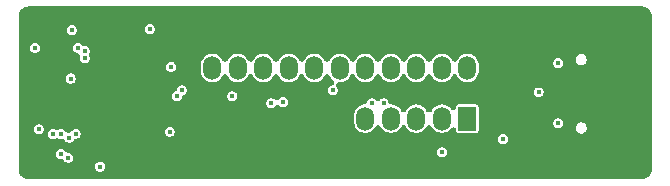
<source format=gbr>
%TF.GenerationSoftware,KiCad,Pcbnew,9.0.1*%
%TF.CreationDate,2025-05-09T10:12:14+02:00*%
%TF.ProjectId,xyp-gpib,7879702d-6770-4696-922e-6b696361645f,rev?*%
%TF.SameCoordinates,Original*%
%TF.FileFunction,Copper,L2,Inr*%
%TF.FilePolarity,Positive*%
%FSLAX46Y46*%
G04 Gerber Fmt 4.6, Leading zero omitted, Abs format (unit mm)*
G04 Created by KiCad (PCBNEW 9.0.1) date 2025-05-09 10:12:14*
%MOMM*%
%LPD*%
G01*
G04 APERTURE LIST*
%TA.AperFunction,HeatsinkPad*%
%ADD10O,2.100000X1.000000*%
%TD*%
%TA.AperFunction,HeatsinkPad*%
%ADD11O,1.600000X1.000000*%
%TD*%
%TA.AperFunction,ComponentPad*%
%ADD12R,1.500000X2.000000*%
%TD*%
%TA.AperFunction,ComponentPad*%
%ADD13O,1.500000X2.000000*%
%TD*%
%TA.AperFunction,ViaPad*%
%ADD14C,0.450000*%
%TD*%
G04 APERTURE END LIST*
D10*
%TO.N,GND*%
%TO.C,J1*%
X227336200Y-86916800D03*
D11*
X231516200Y-86916800D03*
D10*
X227336200Y-78276800D03*
D11*
X231516200Y-78276800D03*
%TD*%
D12*
%TO.N,/DIO5*%
%TO.C,GPIB1*%
X218194000Y-84695000D03*
D13*
%TO.N,/DIO1*%
X218194000Y-80405000D03*
%TO.N,/DIO6*%
X216034000Y-84695000D03*
%TO.N,/DIO2*%
X216034000Y-80405000D03*
%TO.N,/DIO7*%
X213874000Y-84695000D03*
%TO.N,/DIO3*%
X213874000Y-80405000D03*
%TO.N,/DIO8*%
X211714000Y-84695000D03*
%TO.N,/DIO4*%
X211714000Y-80405000D03*
%TO.N,/REN*%
X209554000Y-84695000D03*
%TO.N,/EOI*%
X209554000Y-80405000D03*
%TO.N,GND*%
X207394000Y-84695000D03*
%TO.N,/DAV*%
X207394000Y-80405000D03*
%TO.N,GND*%
X205234000Y-84695000D03*
%TO.N,/NRFD*%
X205234000Y-80405000D03*
%TO.N,GND*%
X203074000Y-84695000D03*
%TO.N,/NDAC*%
X203074000Y-80405000D03*
%TO.N,GND*%
X200914000Y-84695000D03*
%TO.N,/IFC*%
X200914000Y-80405000D03*
%TO.N,GND*%
X198754000Y-84695000D03*
%TO.N,/SRQ*%
X198754000Y-80405000D03*
%TO.N,GND*%
X196594000Y-84695000D03*
%TO.N,/ATN*%
X196594000Y-80405000D03*
%TO.N,GND*%
X194434000Y-84695000D03*
X194434000Y-80405000D03*
%TD*%
D14*
%TO.N,GND*%
X190400000Y-81100000D03*
X223000000Y-80000000D03*
X187100000Y-84800000D03*
X223000000Y-76000000D03*
X188850000Y-81150000D03*
X224900000Y-87000000D03*
X181000000Y-84700000D03*
X183000000Y-76000000D03*
X187400000Y-75700000D03*
X208000000Y-78000000D03*
X206000000Y-87000000D03*
X229000000Y-89000000D03*
X232000000Y-80000000D03*
X214000000Y-78000000D03*
X226000000Y-89000000D03*
X232000000Y-89000000D03*
X223000000Y-86000000D03*
X226000000Y-76000000D03*
X229000000Y-83000000D03*
X220000000Y-82550000D03*
X198500000Y-75700000D03*
X181500000Y-83000000D03*
X213900000Y-82600000D03*
X188800000Y-84800000D03*
X223000000Y-89000000D03*
X193100000Y-85100000D03*
X225900000Y-85900000D03*
X193600000Y-77900000D03*
X208000000Y-76000000D03*
X205600000Y-83100000D03*
X187100000Y-81100000D03*
X201500000Y-86750000D03*
X190400000Y-82900000D03*
X217000000Y-76000000D03*
X229000000Y-80000000D03*
X211000000Y-76000000D03*
X190400000Y-84700000D03*
X205000000Y-76000000D03*
X205000000Y-78000000D03*
X224800000Y-82700000D03*
X217000000Y-78000000D03*
X188849000Y-82931000D03*
X225900000Y-79100000D03*
X232000000Y-83000000D03*
X220000000Y-76000000D03*
X232000000Y-76000000D03*
X184600000Y-76000000D03*
X214000000Y-76000000D03*
X193100000Y-81000000D03*
X189000000Y-75700000D03*
X211000000Y-78000000D03*
X184100000Y-82200000D03*
X185575000Y-88725000D03*
X204000000Y-87000000D03*
X199750000Y-86500000D03*
X217000000Y-89000000D03*
X181000000Y-78000000D03*
X221200000Y-77600000D03*
X220000000Y-89000000D03*
X183800000Y-79100000D03*
X193100000Y-81900000D03*
X224800000Y-78000000D03*
X229000000Y-76000000D03*
X195000000Y-77978000D03*
X187100000Y-82900000D03*
%TO.N,+5V*%
X184600000Y-81300000D03*
X191300000Y-77100000D03*
X181600000Y-78700000D03*
X224219700Y-82467880D03*
X187103796Y-88753640D03*
X225900000Y-85100000D03*
X225900000Y-80000000D03*
X184400000Y-88000000D03*
X193100000Y-80300000D03*
X184700000Y-77200000D03*
X193000000Y-85800000D03*
%TO.N,Net-(D1-K)*%
X201600000Y-83400000D03*
X202600000Y-83300000D03*
%TO.N,/DIO4*%
X185035935Y-85978439D03*
%TO.N,/DIO3*%
X184500000Y-86300000D03*
%TO.N,/DIO6*%
X216050000Y-87550000D03*
%TO.N,/DIO2*%
X183800000Y-86000000D03*
%TO.N,/DIO1*%
X183100000Y-86000000D03*
%TO.N,/MOSI*%
X185800000Y-78974997D03*
X221200000Y-86425000D03*
%TO.N,Net-(D1-A)*%
X198300000Y-82800000D03*
X193600000Y-82800000D03*
%TO.N,/SCK*%
X181900000Y-85600000D03*
X185200000Y-78700000D03*
%TO.N,/MISO*%
X185800000Y-79600000D03*
X183800000Y-87700000D03*
%TO.N,Net-(D2-K)*%
X210100000Y-83400000D03*
X211100000Y-83400000D03*
%TO.N,Net-(D2-A)*%
X206800000Y-82300000D03*
X194000000Y-82300000D03*
%TD*%
%TA.AperFunction,Conductor*%
%TO.N,GND*%
G36*
X233012173Y-75201698D02*
G01*
X233131569Y-75213458D01*
X233179443Y-75222981D01*
X233282487Y-75254239D01*
X233327579Y-75272916D01*
X233422556Y-75323683D01*
X233463133Y-75350796D01*
X233504755Y-75384954D01*
X233546374Y-75419110D01*
X233580889Y-75453625D01*
X233649201Y-75536863D01*
X233676318Y-75577445D01*
X233725578Y-75669604D01*
X233727081Y-75672416D01*
X233745760Y-75717512D01*
X233777018Y-75820556D01*
X233786541Y-75868429D01*
X233798301Y-75987824D01*
X233799500Y-76012232D01*
X233799500Y-88987767D01*
X233798301Y-89012172D01*
X233798301Y-89012175D01*
X233786541Y-89131570D01*
X233777018Y-89179443D01*
X233745760Y-89282487D01*
X233727081Y-89327583D01*
X233676321Y-89422549D01*
X233649201Y-89463136D01*
X233580889Y-89546374D01*
X233546374Y-89580889D01*
X233463136Y-89649201D01*
X233422549Y-89676321D01*
X233327583Y-89727081D01*
X233282487Y-89745760D01*
X233179443Y-89777018D01*
X233131570Y-89786541D01*
X233041886Y-89795374D01*
X233012171Y-89798301D01*
X232987768Y-89799500D01*
X181012232Y-89799500D01*
X180987828Y-89798301D01*
X180954309Y-89794999D01*
X180868429Y-89786541D01*
X180820556Y-89777018D01*
X180717512Y-89745760D01*
X180672416Y-89727081D01*
X180669604Y-89725578D01*
X180577445Y-89676318D01*
X180536863Y-89649201D01*
X180453625Y-89580889D01*
X180419110Y-89546374D01*
X180350798Y-89463136D01*
X180323683Y-89422556D01*
X180272916Y-89327579D01*
X180254239Y-89282487D01*
X180222981Y-89179443D01*
X180213458Y-89131567D01*
X180201699Y-89012172D01*
X180200500Y-88987767D01*
X180200500Y-88697621D01*
X186678296Y-88697621D01*
X186678296Y-88809658D01*
X186707292Y-88917876D01*
X186707293Y-88917877D01*
X186763311Y-89014903D01*
X186842533Y-89094125D01*
X186939559Y-89150143D01*
X187047778Y-89179140D01*
X187159814Y-89179140D01*
X187268033Y-89150143D01*
X187365059Y-89094125D01*
X187444281Y-89014903D01*
X187500299Y-88917877D01*
X187529296Y-88809658D01*
X187529296Y-88697622D01*
X187500299Y-88589403D01*
X187444281Y-88492377D01*
X187365059Y-88413155D01*
X187336217Y-88396503D01*
X187268032Y-88357136D01*
X187159814Y-88328140D01*
X187047778Y-88328140D01*
X186939559Y-88357136D01*
X186842534Y-88413154D01*
X186763310Y-88492378D01*
X186707292Y-88589403D01*
X186678296Y-88697621D01*
X180200500Y-88697621D01*
X180200500Y-87643981D01*
X183374500Y-87643981D01*
X183374500Y-87756018D01*
X183403496Y-87864236D01*
X183403497Y-87864237D01*
X183459515Y-87961263D01*
X183538737Y-88040485D01*
X183635763Y-88096503D01*
X183743982Y-88125500D01*
X183837372Y-88125500D01*
X183932660Y-88144454D01*
X184013442Y-88198430D01*
X184053012Y-88250000D01*
X184059512Y-88261259D01*
X184059513Y-88261260D01*
X184059515Y-88261263D01*
X184138737Y-88340485D01*
X184235763Y-88396503D01*
X184343982Y-88425500D01*
X184456018Y-88425500D01*
X184564237Y-88396503D01*
X184661263Y-88340485D01*
X184740485Y-88261263D01*
X184796503Y-88164237D01*
X184825500Y-88056018D01*
X184825500Y-87943982D01*
X184796503Y-87835763D01*
X184740485Y-87738737D01*
X184661263Y-87659515D01*
X184564237Y-87603497D01*
X184456018Y-87574500D01*
X184343982Y-87574500D01*
X184332620Y-87577544D01*
X184285774Y-87562343D01*
X184277093Y-87557486D01*
X184267340Y-87555546D01*
X184234964Y-87533913D01*
X184200988Y-87514903D01*
X184194828Y-87507096D01*
X184186558Y-87501570D01*
X184180735Y-87493981D01*
X215624500Y-87493981D01*
X215624500Y-87606018D01*
X215653496Y-87714236D01*
X215677619Y-87756018D01*
X215709515Y-87811263D01*
X215788737Y-87890485D01*
X215885763Y-87946503D01*
X215993982Y-87975500D01*
X216106018Y-87975500D01*
X216214237Y-87946503D01*
X216311263Y-87890485D01*
X216390485Y-87811263D01*
X216446503Y-87714237D01*
X216475500Y-87606018D01*
X216475500Y-87493982D01*
X216446503Y-87385763D01*
X216390485Y-87288737D01*
X216311263Y-87209515D01*
X216285263Y-87194504D01*
X216214236Y-87153496D01*
X216106018Y-87124500D01*
X215993982Y-87124500D01*
X215885763Y-87153496D01*
X215788738Y-87209514D01*
X215709514Y-87288738D01*
X215653496Y-87385763D01*
X215624500Y-87493981D01*
X184180735Y-87493981D01*
X184146988Y-87450000D01*
X184140487Y-87438740D01*
X184140486Y-87438739D01*
X184140485Y-87438737D01*
X184061263Y-87359515D01*
X184035263Y-87344504D01*
X183964236Y-87303496D01*
X183856018Y-87274500D01*
X183743982Y-87274500D01*
X183635763Y-87303496D01*
X183538738Y-87359514D01*
X183459514Y-87438738D01*
X183403496Y-87535763D01*
X183374500Y-87643981D01*
X180200500Y-87643981D01*
X180200500Y-85543981D01*
X181474500Y-85543981D01*
X181474500Y-85656018D01*
X181503496Y-85764236D01*
X181532344Y-85814202D01*
X181559515Y-85861263D01*
X181638737Y-85940485D01*
X181735763Y-85996503D01*
X181843982Y-86025500D01*
X181956018Y-86025500D01*
X182064237Y-85996503D01*
X182155206Y-85943982D01*
X182674500Y-85943982D01*
X182674500Y-86056018D01*
X182676258Y-86062580D01*
X182676258Y-86062581D01*
X182703496Y-86164236D01*
X182703497Y-86164237D01*
X182759515Y-86261263D01*
X182838737Y-86340485D01*
X182935763Y-86396503D01*
X183043982Y-86425500D01*
X183156018Y-86425500D01*
X183264237Y-86396503D01*
X183325500Y-86361132D01*
X183417498Y-86329903D01*
X183494062Y-86331703D01*
X183537822Y-86339570D01*
X183538737Y-86340485D01*
X183635763Y-86396503D01*
X183743982Y-86425500D01*
X183856018Y-86425500D01*
X183920161Y-86408312D01*
X183974926Y-86418159D01*
X184014791Y-86433816D01*
X184055363Y-86447588D01*
X184059828Y-86451504D01*
X184065356Y-86453675D01*
X184096204Y-86483404D01*
X184128408Y-86511647D01*
X184133652Y-86519495D01*
X184135312Y-86521095D01*
X184136421Y-86523639D01*
X184146502Y-86538726D01*
X184159510Y-86561256D01*
X184159513Y-86561260D01*
X184159515Y-86561263D01*
X184238737Y-86640485D01*
X184335763Y-86696503D01*
X184443982Y-86725500D01*
X184556018Y-86725500D01*
X184664237Y-86696503D01*
X184761263Y-86640485D01*
X184840485Y-86561263D01*
X184859436Y-86528438D01*
X184923494Y-86455395D01*
X185010629Y-86412424D01*
X185075076Y-86403939D01*
X185091953Y-86403939D01*
X185200172Y-86374942D01*
X185210497Y-86368981D01*
X220774500Y-86368981D01*
X220774500Y-86481018D01*
X220803496Y-86589236D01*
X220803497Y-86589237D01*
X220859515Y-86686263D01*
X220938737Y-86765485D01*
X221035763Y-86821503D01*
X221143982Y-86850500D01*
X221256018Y-86850500D01*
X221364237Y-86821503D01*
X221461263Y-86765485D01*
X221540485Y-86686263D01*
X221596503Y-86589237D01*
X221625500Y-86481018D01*
X221625500Y-86368982D01*
X221622026Y-86356018D01*
X221596503Y-86260763D01*
X221559402Y-86196502D01*
X221540485Y-86163737D01*
X221461263Y-86084515D01*
X221423272Y-86062581D01*
X221364236Y-86028496D01*
X221256018Y-85999500D01*
X221143982Y-85999500D01*
X221035763Y-86028496D01*
X220938738Y-86084514D01*
X220859514Y-86163738D01*
X220803496Y-86260763D01*
X220774500Y-86368981D01*
X185210497Y-86368981D01*
X185297198Y-86318924D01*
X185376420Y-86239702D01*
X185432438Y-86142676D01*
X185461435Y-86034457D01*
X185461435Y-85922421D01*
X185456364Y-85903497D01*
X185432438Y-85814202D01*
X185408783Y-85773231D01*
X185391896Y-85743981D01*
X192574500Y-85743981D01*
X192574500Y-85856018D01*
X192603496Y-85964236D01*
X192644039Y-86034457D01*
X192659515Y-86061263D01*
X192738737Y-86140485D01*
X192835763Y-86196503D01*
X192943982Y-86225500D01*
X193056018Y-86225500D01*
X193164237Y-86196503D01*
X193261263Y-86140485D01*
X193340485Y-86061263D01*
X193396503Y-85964237D01*
X193425500Y-85856018D01*
X193425500Y-85743982D01*
X193418317Y-85717176D01*
X193396503Y-85635763D01*
X193340485Y-85538737D01*
X193261263Y-85459515D01*
X193196869Y-85422337D01*
X193164236Y-85403496D01*
X193056018Y-85374500D01*
X192943982Y-85374500D01*
X192835763Y-85403496D01*
X192738738Y-85459514D01*
X192659514Y-85538738D01*
X192603496Y-85635763D01*
X192574500Y-85743981D01*
X185391896Y-85743981D01*
X185376420Y-85717176D01*
X185297198Y-85637954D01*
X185237515Y-85603496D01*
X185200171Y-85581935D01*
X185091953Y-85552939D01*
X184979917Y-85552939D01*
X184871698Y-85581935D01*
X184774673Y-85637953D01*
X184695449Y-85717177D01*
X184676500Y-85749999D01*
X184664960Y-85763157D01*
X184657086Y-85778783D01*
X184633218Y-85799352D01*
X184612441Y-85823044D01*
X184596745Y-85830784D01*
X184583490Y-85842208D01*
X184562227Y-85847806D01*
X184525306Y-85866015D01*
X184491225Y-85872641D01*
X184476095Y-85874500D01*
X184443982Y-85874500D01*
X184416785Y-85881787D01*
X184399501Y-85883911D01*
X184368073Y-85881578D01*
X184336624Y-85883638D01*
X184320058Y-85878013D01*
X184302613Y-85876719D01*
X184274471Y-85862537D01*
X184244626Y-85852405D01*
X184231472Y-85840868D01*
X184215852Y-85832997D01*
X184195279Y-85809124D01*
X184171584Y-85788343D01*
X184153495Y-85761271D01*
X184143513Y-85743982D01*
X184140485Y-85738737D01*
X184061263Y-85659515D01*
X183989312Y-85617974D01*
X183964236Y-85603496D01*
X183856018Y-85574500D01*
X183743982Y-85574500D01*
X183635762Y-85603497D01*
X183574499Y-85638867D01*
X183482500Y-85670096D01*
X183385553Y-85663741D01*
X183325501Y-85638867D01*
X183264237Y-85603497D01*
X183156018Y-85574500D01*
X183043982Y-85574500D01*
X182935763Y-85603496D01*
X182838738Y-85659514D01*
X182838737Y-85659515D01*
X182759515Y-85738737D01*
X182703497Y-85835763D01*
X182674500Y-85943982D01*
X182155206Y-85943982D01*
X182161263Y-85940485D01*
X182240485Y-85861263D01*
X182296503Y-85764237D01*
X182325500Y-85656018D01*
X182325500Y-85543982D01*
X182296503Y-85435763D01*
X182240485Y-85338737D01*
X182161263Y-85259515D01*
X182098180Y-85223094D01*
X182064236Y-85203496D01*
X181956018Y-85174500D01*
X181843982Y-85174500D01*
X181735763Y-85203496D01*
X181638738Y-85259514D01*
X181559514Y-85338738D01*
X181503496Y-85435763D01*
X181474500Y-85543981D01*
X180200500Y-85543981D01*
X180200500Y-84351384D01*
X208603500Y-84351384D01*
X208603500Y-85038616D01*
X208616963Y-85106301D01*
X208640027Y-85222253D01*
X208711675Y-85395226D01*
X208711678Y-85395231D01*
X208811069Y-85543981D01*
X208815698Y-85550908D01*
X208948092Y-85683302D01*
X209103769Y-85787322D01*
X209103771Y-85787322D01*
X209103773Y-85787324D01*
X209276746Y-85858972D01*
X209276747Y-85858972D01*
X209276749Y-85858973D01*
X209460384Y-85895500D01*
X209460386Y-85895500D01*
X209647614Y-85895500D01*
X209647616Y-85895500D01*
X209831251Y-85858973D01*
X210004231Y-85787322D01*
X210159908Y-85683302D01*
X210292302Y-85550908D01*
X210396322Y-85395231D01*
X210403953Y-85376807D01*
X210457929Y-85296026D01*
X210538710Y-85242049D01*
X210633998Y-85223094D01*
X210729286Y-85242047D01*
X210810068Y-85296023D01*
X210864045Y-85376804D01*
X210864047Y-85376808D01*
X210871676Y-85395228D01*
X210871678Y-85395231D01*
X210971069Y-85543981D01*
X210975698Y-85550908D01*
X211108092Y-85683302D01*
X211263769Y-85787322D01*
X211263771Y-85787322D01*
X211263773Y-85787324D01*
X211436746Y-85858972D01*
X211436747Y-85858972D01*
X211436749Y-85858973D01*
X211620384Y-85895500D01*
X211620386Y-85895500D01*
X211807614Y-85895500D01*
X211807616Y-85895500D01*
X211991251Y-85858973D01*
X212164231Y-85787322D01*
X212319908Y-85683302D01*
X212452302Y-85550908D01*
X212556322Y-85395231D01*
X212563953Y-85376807D01*
X212617929Y-85296026D01*
X212698710Y-85242049D01*
X212793998Y-85223094D01*
X212889286Y-85242047D01*
X212970068Y-85296023D01*
X213024045Y-85376804D01*
X213024047Y-85376808D01*
X213031676Y-85395228D01*
X213031678Y-85395231D01*
X213131069Y-85543981D01*
X213135698Y-85550908D01*
X213268092Y-85683302D01*
X213423769Y-85787322D01*
X213423771Y-85787322D01*
X213423773Y-85787324D01*
X213596746Y-85858972D01*
X213596747Y-85858972D01*
X213596749Y-85858973D01*
X213780384Y-85895500D01*
X213780386Y-85895500D01*
X213967614Y-85895500D01*
X213967616Y-85895500D01*
X214151251Y-85858973D01*
X214324231Y-85787322D01*
X214479908Y-85683302D01*
X214612302Y-85550908D01*
X214716322Y-85395231D01*
X214723953Y-85376807D01*
X214777929Y-85296026D01*
X214858710Y-85242049D01*
X214953998Y-85223094D01*
X215049286Y-85242047D01*
X215130068Y-85296023D01*
X215184045Y-85376804D01*
X215184047Y-85376808D01*
X215191676Y-85395228D01*
X215191678Y-85395231D01*
X215291069Y-85543981D01*
X215295698Y-85550908D01*
X215428092Y-85683302D01*
X215583769Y-85787322D01*
X215583771Y-85787322D01*
X215583773Y-85787324D01*
X215756746Y-85858972D01*
X215756747Y-85858972D01*
X215756749Y-85858973D01*
X215940384Y-85895500D01*
X215940386Y-85895500D01*
X216127614Y-85895500D01*
X216127616Y-85895500D01*
X216311251Y-85858973D01*
X216484231Y-85787322D01*
X216639908Y-85683302D01*
X216772302Y-85550908D01*
X216787463Y-85528218D01*
X216856161Y-85459518D01*
X216945921Y-85422338D01*
X217043076Y-85422337D01*
X217132835Y-85459516D01*
X217201535Y-85528214D01*
X217238715Y-85617974D01*
X217243500Y-85666553D01*
X217243500Y-85714748D01*
X217248272Y-85738737D01*
X217255133Y-85773232D01*
X217293589Y-85830784D01*
X217299448Y-85839552D01*
X217299451Y-85839554D01*
X217365767Y-85883866D01*
X217365769Y-85883867D01*
X217424252Y-85895500D01*
X217424255Y-85895500D01*
X218963745Y-85895500D01*
X218963748Y-85895500D01*
X219022231Y-85883867D01*
X219088552Y-85839552D01*
X219132867Y-85773231D01*
X219144500Y-85714748D01*
X219144500Y-85043981D01*
X225474500Y-85043981D01*
X225474500Y-85156018D01*
X225503496Y-85264236D01*
X225544504Y-85335263D01*
X225559515Y-85361263D01*
X225638737Y-85440485D01*
X225735763Y-85496503D01*
X225843982Y-85525500D01*
X225956018Y-85525500D01*
X226064237Y-85496503D01*
X226161263Y-85440485D01*
X226177549Y-85424199D01*
X227360700Y-85424199D01*
X227360700Y-85549400D01*
X227393103Y-85670331D01*
X227393108Y-85670342D01*
X227455701Y-85778759D01*
X227455703Y-85778761D01*
X227455705Y-85778764D01*
X227544236Y-85867295D01*
X227544238Y-85867296D01*
X227544240Y-85867298D01*
X227639717Y-85922420D01*
X227652664Y-85929895D01*
X227773599Y-85962300D01*
X227898801Y-85962300D01*
X228019736Y-85929895D01*
X228128164Y-85867295D01*
X228216695Y-85778764D01*
X228219890Y-85773231D01*
X228239804Y-85738737D01*
X228279295Y-85670336D01*
X228311700Y-85549401D01*
X228311700Y-85424199D01*
X228279295Y-85303264D01*
X228275116Y-85296026D01*
X228216698Y-85194840D01*
X228216696Y-85194838D01*
X228216695Y-85194836D01*
X228128164Y-85106305D01*
X228128161Y-85106303D01*
X228128159Y-85106301D01*
X228019742Y-85043708D01*
X228019738Y-85043706D01*
X228019736Y-85043705D01*
X228019734Y-85043704D01*
X228019731Y-85043703D01*
X227898801Y-85011300D01*
X227773599Y-85011300D01*
X227652668Y-85043703D01*
X227652657Y-85043708D01*
X227544240Y-85106301D01*
X227455701Y-85194840D01*
X227393108Y-85303257D01*
X227393103Y-85303268D01*
X227360700Y-85424199D01*
X226177549Y-85424199D01*
X226240485Y-85361263D01*
X226272119Y-85306469D01*
X226285453Y-85283377D01*
X226285455Y-85283374D01*
X226296502Y-85264240D01*
X226296502Y-85264239D01*
X226297769Y-85259514D01*
X226325500Y-85156018D01*
X226325500Y-85043982D01*
X226325425Y-85043703D01*
X226296503Y-84935763D01*
X226240485Y-84838737D01*
X226161263Y-84759515D01*
X226135263Y-84744504D01*
X226064236Y-84703496D01*
X225956018Y-84674500D01*
X225843982Y-84674500D01*
X225735763Y-84703496D01*
X225638738Y-84759514D01*
X225559514Y-84838738D01*
X225503496Y-84935763D01*
X225474500Y-85043981D01*
X219144500Y-85043981D01*
X219144500Y-83675252D01*
X219132867Y-83616769D01*
X219095778Y-83561263D01*
X219088554Y-83550451D01*
X219088552Y-83550448D01*
X219088548Y-83550445D01*
X219022232Y-83506133D01*
X219007610Y-83503224D01*
X218963748Y-83494500D01*
X217424252Y-83494500D01*
X217389162Y-83501479D01*
X217365767Y-83506133D01*
X217299451Y-83550445D01*
X217299445Y-83550451D01*
X217255133Y-83616767D01*
X217243500Y-83675254D01*
X217243500Y-83723446D01*
X217224546Y-83818734D01*
X217170570Y-83899516D01*
X217089788Y-83953492D01*
X216994500Y-83972446D01*
X216899212Y-83953492D01*
X216818430Y-83899516D01*
X216787465Y-83861784D01*
X216772305Y-83839096D01*
X216772304Y-83839095D01*
X216772302Y-83839092D01*
X216639908Y-83706698D01*
X216624650Y-83696503D01*
X216484231Y-83602678D01*
X216484226Y-83602675D01*
X216311253Y-83531027D01*
X216186099Y-83506133D01*
X216127616Y-83494500D01*
X215940384Y-83494500D01*
X215881901Y-83506133D01*
X215756746Y-83531027D01*
X215583773Y-83602675D01*
X215583768Y-83602678D01*
X215428095Y-83706695D01*
X215295695Y-83839095D01*
X215191678Y-83994768D01*
X215191677Y-83994770D01*
X215184046Y-84013194D01*
X215130069Y-84093975D01*
X215049288Y-84147951D01*
X214953999Y-84166905D01*
X214858711Y-84147951D01*
X214777930Y-84093974D01*
X214723954Y-84013194D01*
X214722730Y-84010239D01*
X214716322Y-83994769D01*
X214612302Y-83839092D01*
X214479908Y-83706698D01*
X214464650Y-83696503D01*
X214324231Y-83602678D01*
X214324226Y-83602675D01*
X214151253Y-83531027D01*
X214026099Y-83506133D01*
X213967616Y-83494500D01*
X213780384Y-83494500D01*
X213721901Y-83506133D01*
X213596746Y-83531027D01*
X213423773Y-83602675D01*
X213423768Y-83602678D01*
X213268095Y-83706695D01*
X213135695Y-83839095D01*
X213031678Y-83994768D01*
X213031677Y-83994770D01*
X213024046Y-84013194D01*
X212970069Y-84093975D01*
X212889288Y-84147951D01*
X212793999Y-84166905D01*
X212698711Y-84147951D01*
X212617930Y-84093974D01*
X212563954Y-84013194D01*
X212562730Y-84010239D01*
X212556322Y-83994769D01*
X212452302Y-83839092D01*
X212319908Y-83706698D01*
X212304650Y-83696503D01*
X212164231Y-83602678D01*
X212164226Y-83602675D01*
X211991253Y-83531027D01*
X211866099Y-83506133D01*
X211807616Y-83494500D01*
X211756896Y-83494500D01*
X211661608Y-83475546D01*
X211580826Y-83421570D01*
X211526850Y-83340788D01*
X211516380Y-83309945D01*
X211496503Y-83235763D01*
X211473836Y-83196503D01*
X211440485Y-83138737D01*
X211361263Y-83059515D01*
X211325276Y-83038738D01*
X211264236Y-83003496D01*
X211156018Y-82974500D01*
X211043982Y-82974500D01*
X210935763Y-83003496D01*
X210838738Y-83059514D01*
X210838737Y-83059514D01*
X210838737Y-83059515D01*
X210776066Y-83122185D01*
X210695288Y-83176159D01*
X210600000Y-83195113D01*
X210504712Y-83176159D01*
X210423933Y-83122185D01*
X210361263Y-83059515D01*
X210325276Y-83038738D01*
X210264236Y-83003496D01*
X210156018Y-82974500D01*
X210043982Y-82974500D01*
X209935763Y-83003496D01*
X209838738Y-83059514D01*
X209759514Y-83138738D01*
X209703495Y-83235765D01*
X209703495Y-83235766D01*
X209683482Y-83310456D01*
X209640512Y-83397592D01*
X209567467Y-83461650D01*
X209475468Y-83492880D01*
X209467381Y-83493810D01*
X209460393Y-83494498D01*
X209276746Y-83531027D01*
X209103773Y-83602675D01*
X209103768Y-83602678D01*
X208948095Y-83706695D01*
X208815695Y-83839095D01*
X208711678Y-83994768D01*
X208711675Y-83994773D01*
X208640027Y-84167746D01*
X208612631Y-84305475D01*
X208603500Y-84351384D01*
X180200500Y-84351384D01*
X180200500Y-83343981D01*
X201174500Y-83343981D01*
X201174500Y-83456018D01*
X201203496Y-83564236D01*
X201233825Y-83616767D01*
X201259515Y-83661263D01*
X201338737Y-83740485D01*
X201435763Y-83796503D01*
X201543982Y-83825500D01*
X201656018Y-83825500D01*
X201764237Y-83796503D01*
X201861263Y-83740485D01*
X201940485Y-83661263D01*
X201940488Y-83661258D01*
X201949570Y-83649423D01*
X202022615Y-83585364D01*
X202114613Y-83554133D01*
X202211560Y-83560487D01*
X202298696Y-83603457D01*
X202323177Y-83624925D01*
X202338737Y-83640485D01*
X202435763Y-83696503D01*
X202543982Y-83725500D01*
X202656018Y-83725500D01*
X202764237Y-83696503D01*
X202861263Y-83640485D01*
X202940485Y-83561263D01*
X202996503Y-83464237D01*
X203025500Y-83356018D01*
X203025500Y-83243982D01*
X203023298Y-83235765D01*
X202996503Y-83135763D01*
X202984308Y-83114641D01*
X202940485Y-83038737D01*
X202861263Y-82959515D01*
X202835263Y-82944504D01*
X202764236Y-82903496D01*
X202656018Y-82874500D01*
X202543982Y-82874500D01*
X202435763Y-82903496D01*
X202338738Y-82959514D01*
X202259507Y-83038745D01*
X202250422Y-83050585D01*
X202177375Y-83114641D01*
X202085375Y-83145867D01*
X201988428Y-83139509D01*
X201901294Y-83096535D01*
X201876821Y-83075073D01*
X201861263Y-83059515D01*
X201825276Y-83038738D01*
X201764236Y-83003496D01*
X201656018Y-82974500D01*
X201543982Y-82974500D01*
X201435763Y-83003496D01*
X201338738Y-83059514D01*
X201259514Y-83138738D01*
X201203496Y-83235763D01*
X201174500Y-83343981D01*
X180200500Y-83343981D01*
X180200500Y-82743981D01*
X193174500Y-82743981D01*
X193174500Y-82856018D01*
X193203496Y-82964236D01*
X193203497Y-82964237D01*
X193259515Y-83061263D01*
X193338737Y-83140485D01*
X193435763Y-83196503D01*
X193543982Y-83225500D01*
X193656018Y-83225500D01*
X193764237Y-83196503D01*
X193861263Y-83140485D01*
X193940485Y-83061263D01*
X193996503Y-82964237D01*
X194024476Y-82859838D01*
X194067444Y-82772705D01*
X194096436Y-82743981D01*
X197874500Y-82743981D01*
X197874500Y-82856018D01*
X197903496Y-82964236D01*
X197903497Y-82964237D01*
X197959515Y-83061263D01*
X198038737Y-83140485D01*
X198135763Y-83196503D01*
X198243982Y-83225500D01*
X198356018Y-83225500D01*
X198464237Y-83196503D01*
X198561263Y-83140485D01*
X198640485Y-83061263D01*
X198696503Y-82964237D01*
X198725500Y-82856018D01*
X198725500Y-82743982D01*
X198721523Y-82729141D01*
X198696503Y-82635763D01*
X198647926Y-82551626D01*
X198640485Y-82538737D01*
X198561263Y-82459515D01*
X198478724Y-82411861D01*
X198464236Y-82403496D01*
X198356018Y-82374500D01*
X198243982Y-82374500D01*
X198135763Y-82403496D01*
X198038738Y-82459514D01*
X197959514Y-82538738D01*
X197903496Y-82635763D01*
X197874500Y-82743981D01*
X194096436Y-82743981D01*
X194115252Y-82725339D01*
X194147663Y-82700943D01*
X194164237Y-82696503D01*
X194261263Y-82640485D01*
X194340485Y-82561263D01*
X194396503Y-82464237D01*
X194425500Y-82356018D01*
X194425500Y-82243982D01*
X194415488Y-82206618D01*
X194396503Y-82135763D01*
X194391671Y-82127394D01*
X194340485Y-82038737D01*
X194261263Y-81959515D01*
X194235263Y-81944504D01*
X194164236Y-81903496D01*
X194056018Y-81874500D01*
X193943982Y-81874500D01*
X193835763Y-81903496D01*
X193738738Y-81959514D01*
X193659514Y-82038738D01*
X193603496Y-82135763D01*
X193575524Y-82240160D01*
X193532553Y-82327296D01*
X193459509Y-82391355D01*
X193440891Y-82400536D01*
X193338738Y-82459514D01*
X193259514Y-82538738D01*
X193203496Y-82635763D01*
X193174500Y-82743981D01*
X180200500Y-82743981D01*
X180200500Y-81243981D01*
X184174500Y-81243981D01*
X184174500Y-81356018D01*
X184203496Y-81464236D01*
X184222600Y-81497324D01*
X184259515Y-81561263D01*
X184338737Y-81640485D01*
X184435763Y-81696503D01*
X184543982Y-81725500D01*
X184656018Y-81725500D01*
X184764237Y-81696503D01*
X184861263Y-81640485D01*
X184940485Y-81561263D01*
X184996503Y-81464237D01*
X185025500Y-81356018D01*
X185025500Y-81243982D01*
X184996503Y-81135763D01*
X184940485Y-81038737D01*
X184861263Y-80959515D01*
X184835263Y-80944504D01*
X184764236Y-80903496D01*
X184656018Y-80874500D01*
X184543982Y-80874500D01*
X184435763Y-80903496D01*
X184338738Y-80959514D01*
X184259514Y-81038738D01*
X184203496Y-81135763D01*
X184174500Y-81243981D01*
X180200500Y-81243981D01*
X180200500Y-80243981D01*
X192674500Y-80243981D01*
X192674500Y-80356018D01*
X192703496Y-80464236D01*
X192703497Y-80464237D01*
X192759515Y-80561263D01*
X192838737Y-80640485D01*
X192935763Y-80696503D01*
X193043982Y-80725500D01*
X193156018Y-80725500D01*
X193264237Y-80696503D01*
X193361263Y-80640485D01*
X193440485Y-80561263D01*
X193496503Y-80464237D01*
X193525500Y-80356018D01*
X193525500Y-80243982D01*
X193508972Y-80182300D01*
X193496503Y-80135763D01*
X193453561Y-80061385D01*
X195643500Y-80061385D01*
X195643500Y-80748614D01*
X195680027Y-80932253D01*
X195751675Y-81105226D01*
X195751678Y-81105231D01*
X195844387Y-81243981D01*
X195855698Y-81260908D01*
X195988092Y-81393302D01*
X196143769Y-81497322D01*
X196143771Y-81497322D01*
X196143773Y-81497324D01*
X196316746Y-81568972D01*
X196316747Y-81568972D01*
X196316749Y-81568973D01*
X196500384Y-81605500D01*
X196500386Y-81605500D01*
X196687614Y-81605500D01*
X196687616Y-81605500D01*
X196871251Y-81568973D01*
X197044231Y-81497322D01*
X197199908Y-81393302D01*
X197332302Y-81260908D01*
X197436322Y-81105231D01*
X197443953Y-81086807D01*
X197497929Y-81006026D01*
X197578710Y-80952049D01*
X197673998Y-80933094D01*
X197769286Y-80952047D01*
X197850068Y-81006023D01*
X197904045Y-81086804D01*
X197904047Y-81086808D01*
X197911676Y-81105228D01*
X197911678Y-81105231D01*
X198004387Y-81243981D01*
X198015698Y-81260908D01*
X198148092Y-81393302D01*
X198303769Y-81497322D01*
X198303771Y-81497322D01*
X198303773Y-81497324D01*
X198476746Y-81568972D01*
X198476747Y-81568972D01*
X198476749Y-81568973D01*
X198660384Y-81605500D01*
X198660386Y-81605500D01*
X198847614Y-81605500D01*
X198847616Y-81605500D01*
X199031251Y-81568973D01*
X199204231Y-81497322D01*
X199359908Y-81393302D01*
X199492302Y-81260908D01*
X199596322Y-81105231D01*
X199603953Y-81086807D01*
X199657929Y-81006026D01*
X199738710Y-80952049D01*
X199833998Y-80933094D01*
X199929286Y-80952047D01*
X200010068Y-81006023D01*
X200064045Y-81086804D01*
X200064047Y-81086808D01*
X200071676Y-81105228D01*
X200071678Y-81105231D01*
X200164387Y-81243981D01*
X200175698Y-81260908D01*
X200308092Y-81393302D01*
X200463769Y-81497322D01*
X200463771Y-81497322D01*
X200463773Y-81497324D01*
X200636746Y-81568972D01*
X200636747Y-81568972D01*
X200636749Y-81568973D01*
X200820384Y-81605500D01*
X200820386Y-81605500D01*
X201007614Y-81605500D01*
X201007616Y-81605500D01*
X201191251Y-81568973D01*
X201364231Y-81497322D01*
X201519908Y-81393302D01*
X201652302Y-81260908D01*
X201756322Y-81105231D01*
X201763953Y-81086807D01*
X201817929Y-81006026D01*
X201898710Y-80952049D01*
X201993998Y-80933094D01*
X202089286Y-80952047D01*
X202170068Y-81006023D01*
X202224045Y-81086804D01*
X202224047Y-81086808D01*
X202231676Y-81105228D01*
X202231678Y-81105231D01*
X202324387Y-81243981D01*
X202335698Y-81260908D01*
X202468092Y-81393302D01*
X202623769Y-81497322D01*
X202623771Y-81497322D01*
X202623773Y-81497324D01*
X202796746Y-81568972D01*
X202796747Y-81568972D01*
X202796749Y-81568973D01*
X202980384Y-81605500D01*
X202980386Y-81605500D01*
X203167614Y-81605500D01*
X203167616Y-81605500D01*
X203351251Y-81568973D01*
X203524231Y-81497322D01*
X203679908Y-81393302D01*
X203812302Y-81260908D01*
X203916322Y-81105231D01*
X203923953Y-81086807D01*
X203977929Y-81006026D01*
X204058710Y-80952049D01*
X204153998Y-80933094D01*
X204249286Y-80952047D01*
X204330068Y-81006023D01*
X204384045Y-81086804D01*
X204384047Y-81086808D01*
X204391676Y-81105228D01*
X204391678Y-81105231D01*
X204484387Y-81243981D01*
X204495698Y-81260908D01*
X204628092Y-81393302D01*
X204783769Y-81497322D01*
X204783771Y-81497322D01*
X204783773Y-81497324D01*
X204956746Y-81568972D01*
X204956747Y-81568972D01*
X204956749Y-81568973D01*
X205140384Y-81605500D01*
X205140386Y-81605500D01*
X205327614Y-81605500D01*
X205327616Y-81605500D01*
X205511251Y-81568973D01*
X205684231Y-81497322D01*
X205839908Y-81393302D01*
X205972302Y-81260908D01*
X206076322Y-81105231D01*
X206083953Y-81086807D01*
X206137929Y-81006026D01*
X206218710Y-80952049D01*
X206313998Y-80933094D01*
X206409286Y-80952047D01*
X206490068Y-81006023D01*
X206544045Y-81086804D01*
X206544047Y-81086808D01*
X206551676Y-81105228D01*
X206551678Y-81105231D01*
X206644387Y-81243981D01*
X206655698Y-81260908D01*
X206788092Y-81393302D01*
X206788095Y-81393304D01*
X206788097Y-81393306D01*
X206832557Y-81423013D01*
X206901256Y-81491711D01*
X206938436Y-81581471D01*
X206938437Y-81678626D01*
X206901257Y-81768385D01*
X206832559Y-81837084D01*
X206758667Y-81870565D01*
X206635762Y-81903497D01*
X206538738Y-81959514D01*
X206459514Y-82038738D01*
X206403496Y-82135763D01*
X206374500Y-82243981D01*
X206374500Y-82356018D01*
X206403496Y-82464236D01*
X206403497Y-82464237D01*
X206459515Y-82561263D01*
X206538737Y-82640485D01*
X206635763Y-82696503D01*
X206743982Y-82725500D01*
X206856018Y-82725500D01*
X206964237Y-82696503D01*
X207061263Y-82640485D01*
X207140485Y-82561263D01*
X207196503Y-82464237D01*
X207210537Y-82411861D01*
X223794200Y-82411861D01*
X223794200Y-82523898D01*
X223823196Y-82632116D01*
X223823197Y-82632117D01*
X223879215Y-82729143D01*
X223958437Y-82808365D01*
X224055463Y-82864383D01*
X224163682Y-82893380D01*
X224275718Y-82893380D01*
X224383937Y-82864383D01*
X224480963Y-82808365D01*
X224560185Y-82729143D01*
X224616203Y-82632117D01*
X224645200Y-82523898D01*
X224645200Y-82411862D01*
X224642958Y-82403496D01*
X224616203Y-82303643D01*
X224560185Y-82206617D01*
X224480963Y-82127395D01*
X224454963Y-82112384D01*
X224383936Y-82071376D01*
X224275718Y-82042380D01*
X224163682Y-82042380D01*
X224055463Y-82071376D01*
X223958438Y-82127394D01*
X223879214Y-82206618D01*
X223823196Y-82303643D01*
X223794200Y-82411861D01*
X207210537Y-82411861D01*
X207225500Y-82356018D01*
X207225500Y-82243982D01*
X207215488Y-82206618D01*
X207196503Y-82135763D01*
X207191671Y-82127394D01*
X207140485Y-82038737D01*
X207132314Y-82030566D01*
X207078341Y-81949788D01*
X207059387Y-81854500D01*
X207078341Y-81759212D01*
X207132317Y-81678430D01*
X207213099Y-81624454D01*
X207308387Y-81605500D01*
X207487614Y-81605500D01*
X207487616Y-81605500D01*
X207671251Y-81568973D01*
X207844231Y-81497322D01*
X207999908Y-81393302D01*
X208132302Y-81260908D01*
X208236322Y-81105231D01*
X208243953Y-81086807D01*
X208297929Y-81006026D01*
X208378710Y-80952049D01*
X208473998Y-80933094D01*
X208569286Y-80952047D01*
X208650068Y-81006023D01*
X208704045Y-81086804D01*
X208704047Y-81086808D01*
X208711676Y-81105228D01*
X208711678Y-81105231D01*
X208804387Y-81243981D01*
X208815698Y-81260908D01*
X208948092Y-81393302D01*
X209103769Y-81497322D01*
X209103771Y-81497322D01*
X209103773Y-81497324D01*
X209276746Y-81568972D01*
X209276747Y-81568972D01*
X209276749Y-81568973D01*
X209460384Y-81605500D01*
X209460386Y-81605500D01*
X209647614Y-81605500D01*
X209647616Y-81605500D01*
X209831251Y-81568973D01*
X210004231Y-81497322D01*
X210159908Y-81393302D01*
X210292302Y-81260908D01*
X210396322Y-81105231D01*
X210403953Y-81086807D01*
X210457929Y-81006026D01*
X210538710Y-80952049D01*
X210633998Y-80933094D01*
X210729286Y-80952047D01*
X210810068Y-81006023D01*
X210864045Y-81086804D01*
X210864047Y-81086808D01*
X210871676Y-81105228D01*
X210871678Y-81105231D01*
X210964387Y-81243981D01*
X210975698Y-81260908D01*
X211108092Y-81393302D01*
X211263769Y-81497322D01*
X211263771Y-81497322D01*
X211263773Y-81497324D01*
X211436746Y-81568972D01*
X211436747Y-81568972D01*
X211436749Y-81568973D01*
X211620384Y-81605500D01*
X211620386Y-81605500D01*
X211807614Y-81605500D01*
X211807616Y-81605500D01*
X211991251Y-81568973D01*
X212164231Y-81497322D01*
X212319908Y-81393302D01*
X212452302Y-81260908D01*
X212556322Y-81105231D01*
X212563953Y-81086807D01*
X212617929Y-81006026D01*
X212698710Y-80952049D01*
X212793998Y-80933094D01*
X212889286Y-80952047D01*
X212970068Y-81006023D01*
X213024045Y-81086804D01*
X213024047Y-81086808D01*
X213031676Y-81105228D01*
X213031678Y-81105231D01*
X213124387Y-81243981D01*
X213135698Y-81260908D01*
X213268092Y-81393302D01*
X213423769Y-81497322D01*
X213423771Y-81497322D01*
X213423773Y-81497324D01*
X213596746Y-81568972D01*
X213596747Y-81568972D01*
X213596749Y-81568973D01*
X213780384Y-81605500D01*
X213780386Y-81605500D01*
X213967614Y-81605500D01*
X213967616Y-81605500D01*
X214151251Y-81568973D01*
X214324231Y-81497322D01*
X214479908Y-81393302D01*
X214612302Y-81260908D01*
X214716322Y-81105231D01*
X214723953Y-81086807D01*
X214777929Y-81006026D01*
X214858710Y-80952049D01*
X214953998Y-80933094D01*
X215049286Y-80952047D01*
X215130068Y-81006023D01*
X215184045Y-81086804D01*
X215184047Y-81086808D01*
X215191676Y-81105228D01*
X215191678Y-81105231D01*
X215284387Y-81243981D01*
X215295698Y-81260908D01*
X215428092Y-81393302D01*
X215583769Y-81497322D01*
X215583771Y-81497322D01*
X215583773Y-81497324D01*
X215756746Y-81568972D01*
X215756747Y-81568972D01*
X215756749Y-81568973D01*
X215940384Y-81605500D01*
X215940386Y-81605500D01*
X216127614Y-81605500D01*
X216127616Y-81605500D01*
X216311251Y-81568973D01*
X216484231Y-81497322D01*
X216639908Y-81393302D01*
X216772302Y-81260908D01*
X216876322Y-81105231D01*
X216883953Y-81086807D01*
X216937929Y-81006026D01*
X217018710Y-80952049D01*
X217113998Y-80933094D01*
X217209286Y-80952047D01*
X217290068Y-81006023D01*
X217344045Y-81086804D01*
X217344047Y-81086808D01*
X217351676Y-81105228D01*
X217351678Y-81105231D01*
X217444387Y-81243981D01*
X217455698Y-81260908D01*
X217588092Y-81393302D01*
X217743769Y-81497322D01*
X217743771Y-81497322D01*
X217743773Y-81497324D01*
X217916746Y-81568972D01*
X217916747Y-81568972D01*
X217916749Y-81568973D01*
X218100384Y-81605500D01*
X218100386Y-81605500D01*
X218287614Y-81605500D01*
X218287616Y-81605500D01*
X218471251Y-81568973D01*
X218644231Y-81497322D01*
X218799908Y-81393302D01*
X218932302Y-81260908D01*
X219036322Y-81105231D01*
X219107973Y-80932251D01*
X219144500Y-80748616D01*
X219144500Y-80061384D01*
X219121147Y-79943981D01*
X225474500Y-79943981D01*
X225474500Y-80056018D01*
X225503496Y-80164236D01*
X225544504Y-80235263D01*
X225559515Y-80261263D01*
X225638737Y-80340485D01*
X225735763Y-80396503D01*
X225843982Y-80425500D01*
X225956018Y-80425500D01*
X226064237Y-80396503D01*
X226161263Y-80340485D01*
X226240485Y-80261263D01*
X226296503Y-80164237D01*
X226325500Y-80056018D01*
X226325500Y-79943982D01*
X226306882Y-79874500D01*
X226296503Y-79835763D01*
X226248361Y-79752379D01*
X226240485Y-79738737D01*
X226161263Y-79659515D01*
X226134735Y-79644199D01*
X227360700Y-79644199D01*
X227360700Y-79769400D01*
X227393103Y-79890331D01*
X227393108Y-79890342D01*
X227455701Y-79998759D01*
X227455703Y-79998761D01*
X227455705Y-79998764D01*
X227544236Y-80087295D01*
X227544238Y-80087296D01*
X227544240Y-80087298D01*
X227628186Y-80135763D01*
X227652664Y-80149895D01*
X227773599Y-80182300D01*
X227898801Y-80182300D01*
X228019736Y-80149895D01*
X228128164Y-80087295D01*
X228216695Y-79998764D01*
X228279295Y-79890336D01*
X228311700Y-79769401D01*
X228311700Y-79644199D01*
X228279295Y-79523264D01*
X228279291Y-79523257D01*
X228216698Y-79414840D01*
X228216696Y-79414838D01*
X228216695Y-79414836D01*
X228128164Y-79326305D01*
X228128161Y-79326303D01*
X228128159Y-79326301D01*
X228019742Y-79263708D01*
X228019738Y-79263706D01*
X228019736Y-79263705D01*
X228019734Y-79263704D01*
X228019731Y-79263703D01*
X227898801Y-79231300D01*
X227773599Y-79231300D01*
X227652668Y-79263703D01*
X227652657Y-79263708D01*
X227544240Y-79326301D01*
X227455701Y-79414840D01*
X227393108Y-79523257D01*
X227393103Y-79523268D01*
X227360700Y-79644199D01*
X226134735Y-79644199D01*
X226064236Y-79603496D01*
X225956018Y-79574500D01*
X225843982Y-79574500D01*
X225735763Y-79603496D01*
X225638738Y-79659514D01*
X225559514Y-79738738D01*
X225503496Y-79835763D01*
X225474500Y-79943981D01*
X219121147Y-79943981D01*
X219107973Y-79877749D01*
X219107972Y-79877746D01*
X219036324Y-79704773D01*
X219036321Y-79704768D01*
X219006083Y-79659514D01*
X218932302Y-79549092D01*
X218799908Y-79416698D01*
X218797127Y-79414840D01*
X218644231Y-79312678D01*
X218644226Y-79312675D01*
X218471253Y-79241027D01*
X218379433Y-79222763D01*
X218287616Y-79204500D01*
X218100384Y-79204500D01*
X218026930Y-79219110D01*
X217916746Y-79241027D01*
X217743773Y-79312675D01*
X217743768Y-79312678D01*
X217588095Y-79416695D01*
X217455695Y-79549095D01*
X217351678Y-79704768D01*
X217351677Y-79704770D01*
X217344046Y-79723194D01*
X217290069Y-79803975D01*
X217209288Y-79857951D01*
X217113999Y-79876905D01*
X217018711Y-79857951D01*
X216937930Y-79803974D01*
X216883954Y-79723194D01*
X216882730Y-79720239D01*
X216876322Y-79704769D01*
X216772302Y-79549092D01*
X216639908Y-79416698D01*
X216637127Y-79414840D01*
X216484231Y-79312678D01*
X216484226Y-79312675D01*
X216311253Y-79241027D01*
X216219433Y-79222763D01*
X216127616Y-79204500D01*
X215940384Y-79204500D01*
X215866930Y-79219110D01*
X215756746Y-79241027D01*
X215583773Y-79312675D01*
X215583768Y-79312678D01*
X215428095Y-79416695D01*
X215295695Y-79549095D01*
X215191678Y-79704768D01*
X215191677Y-79704770D01*
X215184046Y-79723194D01*
X215130069Y-79803975D01*
X215049288Y-79857951D01*
X214953999Y-79876905D01*
X214858711Y-79857951D01*
X214777930Y-79803974D01*
X214723954Y-79723194D01*
X214722730Y-79720239D01*
X214716322Y-79704769D01*
X214612302Y-79549092D01*
X214479908Y-79416698D01*
X214477127Y-79414840D01*
X214324231Y-79312678D01*
X214324226Y-79312675D01*
X214151253Y-79241027D01*
X214059433Y-79222763D01*
X213967616Y-79204500D01*
X213780384Y-79204500D01*
X213706930Y-79219110D01*
X213596746Y-79241027D01*
X213423773Y-79312675D01*
X213423768Y-79312678D01*
X213268095Y-79416695D01*
X213135695Y-79549095D01*
X213031678Y-79704768D01*
X213031677Y-79704770D01*
X213024046Y-79723194D01*
X212970069Y-79803975D01*
X212889288Y-79857951D01*
X212793999Y-79876905D01*
X212698711Y-79857951D01*
X212617930Y-79803974D01*
X212563954Y-79723194D01*
X212562730Y-79720239D01*
X212556322Y-79704769D01*
X212452302Y-79549092D01*
X212319908Y-79416698D01*
X212317127Y-79414840D01*
X212164231Y-79312678D01*
X212164226Y-79312675D01*
X211991253Y-79241027D01*
X211899433Y-79222763D01*
X211807616Y-79204500D01*
X211620384Y-79204500D01*
X211546930Y-79219110D01*
X211436746Y-79241027D01*
X211263773Y-79312675D01*
X211263768Y-79312678D01*
X211108095Y-79416695D01*
X210975695Y-79549095D01*
X210871678Y-79704768D01*
X210871677Y-79704770D01*
X210864046Y-79723194D01*
X210810069Y-79803975D01*
X210729288Y-79857951D01*
X210633999Y-79876905D01*
X210538711Y-79857951D01*
X210457930Y-79803974D01*
X210403954Y-79723194D01*
X210402730Y-79720239D01*
X210396322Y-79704769D01*
X210292302Y-79549092D01*
X210159908Y-79416698D01*
X210157127Y-79414840D01*
X210004231Y-79312678D01*
X210004226Y-79312675D01*
X209831253Y-79241027D01*
X209739433Y-79222763D01*
X209647616Y-79204500D01*
X209460384Y-79204500D01*
X209386930Y-79219110D01*
X209276746Y-79241027D01*
X209103773Y-79312675D01*
X209103768Y-79312678D01*
X208948095Y-79416695D01*
X208815695Y-79549095D01*
X208711678Y-79704768D01*
X208711677Y-79704770D01*
X208704046Y-79723194D01*
X208650069Y-79803975D01*
X208569288Y-79857951D01*
X208473999Y-79876905D01*
X208378711Y-79857951D01*
X208297930Y-79803974D01*
X208243954Y-79723194D01*
X208242730Y-79720239D01*
X208236322Y-79704769D01*
X208132302Y-79549092D01*
X207999908Y-79416698D01*
X207997127Y-79414840D01*
X207844231Y-79312678D01*
X207844226Y-79312675D01*
X207671253Y-79241027D01*
X207579433Y-79222763D01*
X207487616Y-79204500D01*
X207300384Y-79204500D01*
X207226930Y-79219110D01*
X207116746Y-79241027D01*
X206943773Y-79312675D01*
X206943768Y-79312678D01*
X206788095Y-79416695D01*
X206655695Y-79549095D01*
X206551678Y-79704768D01*
X206551677Y-79704770D01*
X206544046Y-79723194D01*
X206490069Y-79803975D01*
X206409288Y-79857951D01*
X206313999Y-79876905D01*
X206218711Y-79857951D01*
X206137930Y-79803974D01*
X206083954Y-79723194D01*
X206082730Y-79720239D01*
X206076322Y-79704769D01*
X205972302Y-79549092D01*
X205839908Y-79416698D01*
X205837127Y-79414840D01*
X205684231Y-79312678D01*
X205684226Y-79312675D01*
X205511253Y-79241027D01*
X205419433Y-79222763D01*
X205327616Y-79204500D01*
X205140384Y-79204500D01*
X205066930Y-79219110D01*
X204956746Y-79241027D01*
X204783773Y-79312675D01*
X204783768Y-79312678D01*
X204628095Y-79416695D01*
X204495695Y-79549095D01*
X204391678Y-79704768D01*
X204391677Y-79704770D01*
X204384046Y-79723194D01*
X204330069Y-79803975D01*
X204249288Y-79857951D01*
X204153999Y-79876905D01*
X204058711Y-79857951D01*
X203977930Y-79803974D01*
X203923954Y-79723194D01*
X203922730Y-79720239D01*
X203916322Y-79704769D01*
X203812302Y-79549092D01*
X203679908Y-79416698D01*
X203677127Y-79414840D01*
X203524231Y-79312678D01*
X203524226Y-79312675D01*
X203351253Y-79241027D01*
X203259433Y-79222763D01*
X203167616Y-79204500D01*
X202980384Y-79204500D01*
X202906930Y-79219110D01*
X202796746Y-79241027D01*
X202623773Y-79312675D01*
X202623768Y-79312678D01*
X202468095Y-79416695D01*
X202335695Y-79549095D01*
X202231678Y-79704768D01*
X202231677Y-79704770D01*
X202224046Y-79723194D01*
X202170069Y-79803975D01*
X202089288Y-79857951D01*
X201993999Y-79876905D01*
X201898711Y-79857951D01*
X201817930Y-79803974D01*
X201763954Y-79723194D01*
X201762730Y-79720239D01*
X201756322Y-79704769D01*
X201652302Y-79549092D01*
X201519908Y-79416698D01*
X201517127Y-79414840D01*
X201364231Y-79312678D01*
X201364226Y-79312675D01*
X201191253Y-79241027D01*
X201099433Y-79222763D01*
X201007616Y-79204500D01*
X200820384Y-79204500D01*
X200746930Y-79219110D01*
X200636746Y-79241027D01*
X200463773Y-79312675D01*
X200463768Y-79312678D01*
X200308095Y-79416695D01*
X200175695Y-79549095D01*
X200071678Y-79704768D01*
X200071677Y-79704770D01*
X200064046Y-79723194D01*
X200010069Y-79803975D01*
X199929288Y-79857951D01*
X199833999Y-79876905D01*
X199738711Y-79857951D01*
X199657930Y-79803974D01*
X199603954Y-79723194D01*
X199602730Y-79720239D01*
X199596322Y-79704769D01*
X199492302Y-79549092D01*
X199359908Y-79416698D01*
X199357127Y-79414840D01*
X199204231Y-79312678D01*
X199204226Y-79312675D01*
X199031253Y-79241027D01*
X198939433Y-79222763D01*
X198847616Y-79204500D01*
X198660384Y-79204500D01*
X198586930Y-79219110D01*
X198476746Y-79241027D01*
X198303773Y-79312675D01*
X198303768Y-79312678D01*
X198148095Y-79416695D01*
X198015695Y-79549095D01*
X197911678Y-79704768D01*
X197911677Y-79704770D01*
X197904046Y-79723194D01*
X197850069Y-79803975D01*
X197769288Y-79857951D01*
X197673999Y-79876905D01*
X197578711Y-79857951D01*
X197497930Y-79803974D01*
X197443954Y-79723194D01*
X197442730Y-79720239D01*
X197436322Y-79704769D01*
X197332302Y-79549092D01*
X197199908Y-79416698D01*
X197197127Y-79414840D01*
X197044231Y-79312678D01*
X197044226Y-79312675D01*
X196871253Y-79241027D01*
X196779433Y-79222763D01*
X196687616Y-79204500D01*
X196500384Y-79204500D01*
X196426930Y-79219110D01*
X196316746Y-79241027D01*
X196143773Y-79312675D01*
X196143768Y-79312678D01*
X195988095Y-79416695D01*
X195855695Y-79549095D01*
X195751678Y-79704768D01*
X195751675Y-79704773D01*
X195680027Y-79877746D01*
X195655957Y-79998759D01*
X195644568Y-80056018D01*
X195643500Y-80061385D01*
X193453561Y-80061385D01*
X193440485Y-80038737D01*
X193361263Y-79959515D01*
X193328302Y-79940485D01*
X193264236Y-79903496D01*
X193156018Y-79874500D01*
X193043982Y-79874500D01*
X192935763Y-79903496D01*
X192838738Y-79959514D01*
X192759514Y-80038738D01*
X192703496Y-80135763D01*
X192674500Y-80243981D01*
X180200500Y-80243981D01*
X180200500Y-78643981D01*
X181174500Y-78643981D01*
X181174500Y-78756018D01*
X181203496Y-78864236D01*
X181203497Y-78864237D01*
X181259515Y-78961263D01*
X181338737Y-79040485D01*
X181435763Y-79096503D01*
X181543982Y-79125500D01*
X181656018Y-79125500D01*
X181764237Y-79096503D01*
X181861263Y-79040485D01*
X181940485Y-78961263D01*
X181996503Y-78864237D01*
X182025500Y-78756018D01*
X182025500Y-78643982D01*
X182025500Y-78643981D01*
X184774500Y-78643981D01*
X184774500Y-78756018D01*
X184803496Y-78864236D01*
X184803497Y-78864237D01*
X184859515Y-78961263D01*
X184938737Y-79040485D01*
X185011677Y-79082597D01*
X185035763Y-79096503D01*
X185143982Y-79125500D01*
X185162128Y-79125500D01*
X185257416Y-79144454D01*
X185338198Y-79198430D01*
X185392174Y-79279212D01*
X185411128Y-79374500D01*
X185402644Y-79438945D01*
X185374500Y-79543981D01*
X185374500Y-79656018D01*
X185403496Y-79764236D01*
X185406478Y-79769401D01*
X185459515Y-79861263D01*
X185538737Y-79940485D01*
X185635763Y-79996503D01*
X185743982Y-80025500D01*
X185856018Y-80025500D01*
X185964237Y-79996503D01*
X186061263Y-79940485D01*
X186140485Y-79861263D01*
X186196503Y-79764237D01*
X186225500Y-79656018D01*
X186225500Y-79543982D01*
X186196503Y-79435763D01*
X186185496Y-79416698D01*
X186182783Y-79411998D01*
X186151553Y-79319999D01*
X186157907Y-79223052D01*
X186182784Y-79162996D01*
X186196503Y-79139234D01*
X186225500Y-79031015D01*
X186225500Y-78918978D01*
X186196503Y-78810760D01*
X186140485Y-78713734D01*
X186061263Y-78634512D01*
X186035263Y-78619501D01*
X185964236Y-78578493D01*
X185856018Y-78549497D01*
X185748192Y-78549497D01*
X185652904Y-78530543D01*
X185572122Y-78476567D01*
X185552074Y-78450415D01*
X185550420Y-78451685D01*
X185540486Y-78438739D01*
X185540485Y-78438737D01*
X185461263Y-78359515D01*
X185435263Y-78344504D01*
X185364236Y-78303496D01*
X185256018Y-78274500D01*
X185143982Y-78274500D01*
X185035763Y-78303496D01*
X184938738Y-78359514D01*
X184859514Y-78438738D01*
X184803496Y-78535763D01*
X184774500Y-78643981D01*
X182025500Y-78643981D01*
X182022962Y-78634511D01*
X181996503Y-78535763D01*
X181962326Y-78476567D01*
X181940485Y-78438737D01*
X181861263Y-78359515D01*
X181835263Y-78344504D01*
X181764236Y-78303496D01*
X181656018Y-78274500D01*
X181543982Y-78274500D01*
X181435763Y-78303496D01*
X181338738Y-78359514D01*
X181259514Y-78438738D01*
X181203496Y-78535763D01*
X181174500Y-78643981D01*
X180200500Y-78643981D01*
X180200500Y-77143981D01*
X184274500Y-77143981D01*
X184274500Y-77256018D01*
X184303496Y-77364236D01*
X184303497Y-77364237D01*
X184359515Y-77461263D01*
X184438737Y-77540485D01*
X184535763Y-77596503D01*
X184643982Y-77625500D01*
X184756018Y-77625500D01*
X184864237Y-77596503D01*
X184961263Y-77540485D01*
X185040485Y-77461263D01*
X185096503Y-77364237D01*
X185125500Y-77256018D01*
X185125500Y-77143982D01*
X185125500Y-77143981D01*
X185125500Y-77143980D01*
X185111601Y-77092109D01*
X185111600Y-77092108D01*
X185111600Y-77092106D01*
X185098705Y-77043981D01*
X190874500Y-77043981D01*
X190874500Y-77156018D01*
X190903496Y-77264236D01*
X190903497Y-77264237D01*
X190959515Y-77361263D01*
X191038737Y-77440485D01*
X191135763Y-77496503D01*
X191243982Y-77525500D01*
X191356018Y-77525500D01*
X191464237Y-77496503D01*
X191561263Y-77440485D01*
X191640485Y-77361263D01*
X191696503Y-77264237D01*
X191725500Y-77156018D01*
X191725500Y-77043982D01*
X191696503Y-76935763D01*
X191640485Y-76838737D01*
X191561263Y-76759515D01*
X191535263Y-76744504D01*
X191464236Y-76703496D01*
X191356018Y-76674500D01*
X191243982Y-76674500D01*
X191135763Y-76703496D01*
X191038738Y-76759514D01*
X190959514Y-76838738D01*
X190903496Y-76935763D01*
X190874500Y-77043981D01*
X185098705Y-77043981D01*
X185096503Y-77035763D01*
X185052829Y-76960118D01*
X185040485Y-76938737D01*
X184961263Y-76859515D01*
X184925276Y-76838738D01*
X184864236Y-76803496D01*
X184756018Y-76774500D01*
X184643982Y-76774500D01*
X184535763Y-76803496D01*
X184438738Y-76859514D01*
X184359514Y-76938738D01*
X184303496Y-77035763D01*
X184274500Y-77143981D01*
X180200500Y-77143981D01*
X180200500Y-76012232D01*
X180201699Y-75987827D01*
X180213458Y-75868432D01*
X180213459Y-75868429D01*
X180222981Y-75820556D01*
X180254240Y-75717508D01*
X180272914Y-75672424D01*
X180323685Y-75577438D01*
X180350792Y-75536870D01*
X180419112Y-75453622D01*
X180453622Y-75419112D01*
X180536870Y-75350792D01*
X180577438Y-75323685D01*
X180672424Y-75272914D01*
X180717508Y-75254240D01*
X180820558Y-75222980D01*
X180868430Y-75213458D01*
X180946665Y-75205752D01*
X180987827Y-75201699D01*
X181012232Y-75200500D01*
X181039882Y-75200500D01*
X232960118Y-75200500D01*
X232987768Y-75200500D01*
X233012173Y-75201698D01*
G37*
%TD.AperFunction*%
%TD*%
M02*

</source>
